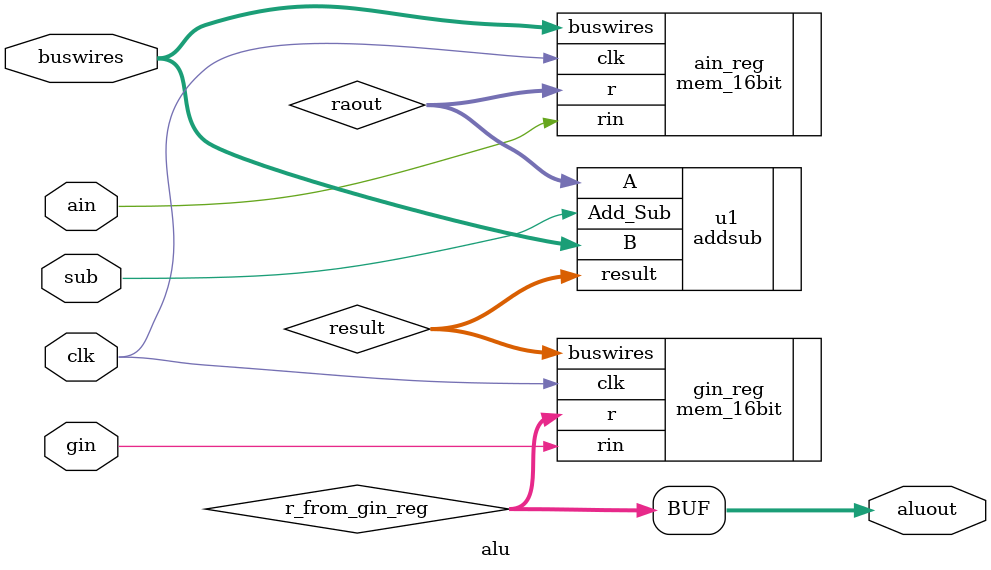
<source format=v>
`include  "addsub.v"

module alu( 
  input wire [15:0] buswires, 
  input wire clk, 
  input wire ain, 
  input wire gin, 
  input wire sub, 
  output wire [15:0] aluout 
);
//wire 
  wire [15:0] raout; 
  wire [15:0] result; 
  wire [15:0] r_from_gin_reg; 
  assign aluout = r_from_gin_reg; 
mem_16bit ain_reg( 
  .clk(clk), 
  .rin(ain), 
  .buswires(buswires), 
  .r(raout)
);
addsub u1( 
   .A(raout),
   .B(buswires), 
   .Add_Sub(sub), 
   .result(result) 
 );   
mem_16bit gin_reg( 
  .clk(clk), 
  .rin(gin), 
  .buswires(result), 
  .r(r_from_gin_reg) 
); 
endmodule 

</source>
